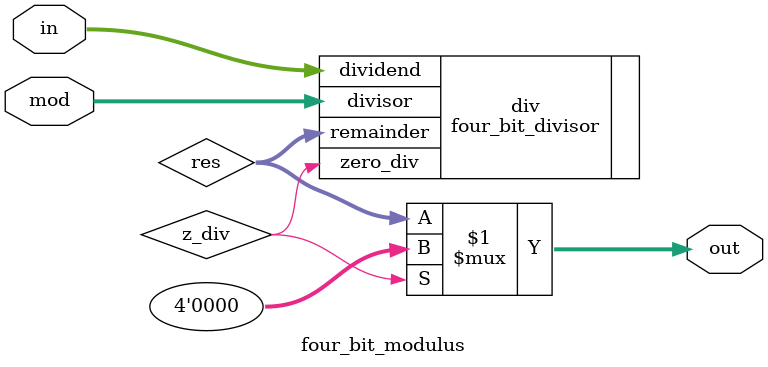
<source format=v>
module four_bit_modulus(
	in,
	mod,
	out
);

	input  [3:0]  in;
	input  [3:0] mod;
	
	output [3:0] out;
	
	wire 		z_div;
	wire [3:0] res;
	
	four_bit_divisor div(.dividend(in), .divisor(mod), .remainder(res), .zero_div(z_div));
	
	
	assign out = z_div ? 4'b0 : res;

endmodule 
</source>
